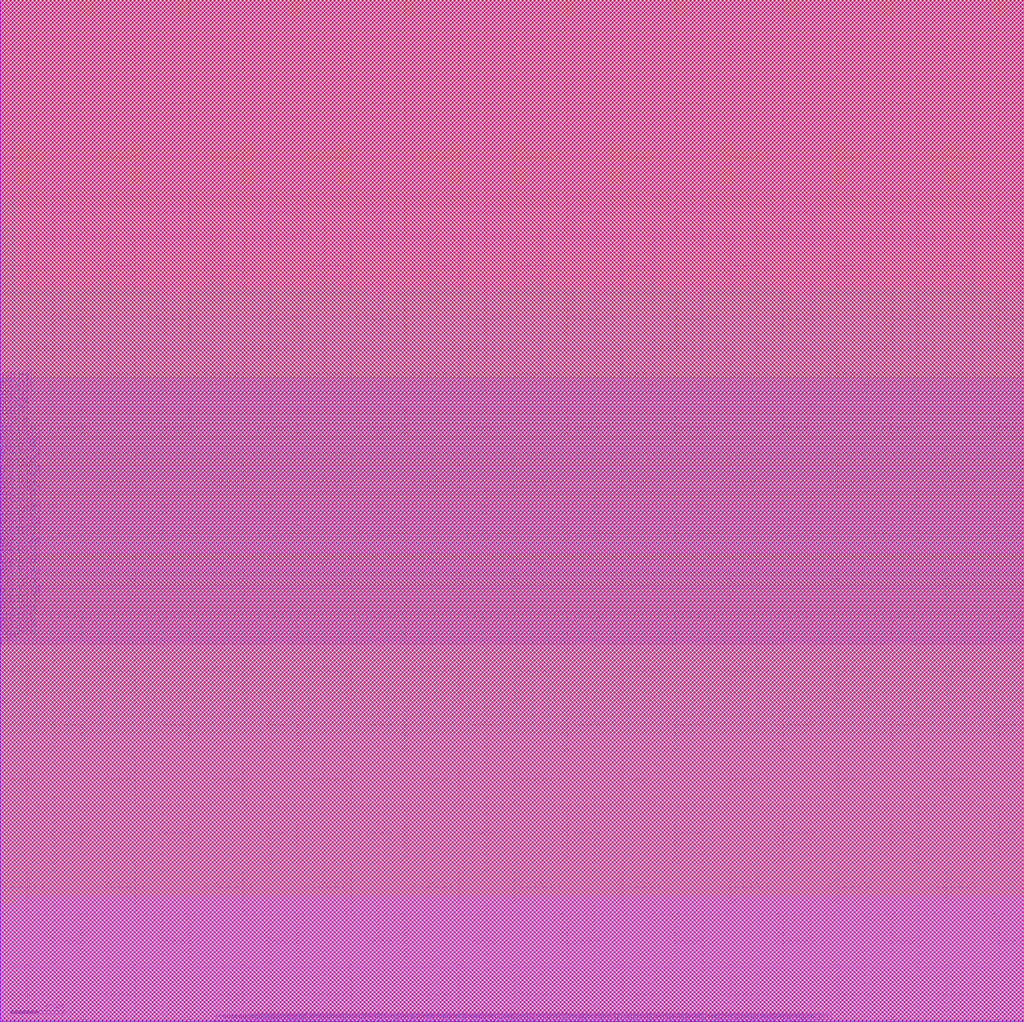
<source format=lef>
##
## LEF for PtnCells ;
## created by Innovus v15.23-s045_1 on Fri Mar 14 22:24:54 2025
##

VERSION 5.8 ;

BUSBITCHARS "[]" ;
DIVIDERCHAR "/" ;

MACRO core
  CLASS BLOCK ;
  SIZE 758.0000 BY 757.0000 ;
  FOREIGN core 0.0000 0.0000 ;
  ORIGIN 0 0 ;
  SYMMETRY X Y R90 ;
  PIN clk
    DIRECTION INPUT ;
    USE SIGNAL ;
    PORT
      LAYER M3 ;
        RECT 0.0000 279.7500 1.0000 280.2500 ;
    END
  END clk
  PIN sum_out[23]
    DIRECTION OUTPUT ;
    USE SIGNAL ;
    PORT
      LAYER M3 ;
        RECT 159.0500 0.0000 159.5500 1.0000 ;
    END
  END sum_out[23]
  PIN sum_out[22]
    DIRECTION OUTPUT ;
    USE SIGNAL ;
    PORT
      LAYER M3 ;
        RECT 161.4500 0.0000 161.9500 1.0000 ;
    END
  END sum_out[22]
  PIN sum_out[21]
    DIRECTION OUTPUT ;
    USE SIGNAL ;
    PORT
      LAYER M3 ;
        RECT 163.8500 0.0000 164.3500 1.0000 ;
    END
  END sum_out[21]
  PIN sum_out[20]
    DIRECTION OUTPUT ;
    USE SIGNAL ;
    PORT
      LAYER M3 ;
        RECT 166.2500 0.0000 166.7500 1.0000 ;
    END
  END sum_out[20]
  PIN sum_out[19]
    DIRECTION OUTPUT ;
    USE SIGNAL ;
    PORT
      LAYER M3 ;
        RECT 168.6500 0.0000 169.1500 1.0000 ;
    END
  END sum_out[19]
  PIN sum_out[18]
    DIRECTION OUTPUT ;
    USE SIGNAL ;
    PORT
      LAYER M3 ;
        RECT 171.0500 0.0000 171.5500 1.0000 ;
    END
  END sum_out[18]
  PIN sum_out[17]
    DIRECTION OUTPUT ;
    USE SIGNAL ;
    PORT
      LAYER M3 ;
        RECT 173.4500 0.0000 173.9500 1.0000 ;
    END
  END sum_out[17]
  PIN sum_out[16]
    DIRECTION OUTPUT ;
    USE SIGNAL ;
    PORT
      LAYER M3 ;
        RECT 175.8500 0.0000 176.3500 1.0000 ;
    END
  END sum_out[16]
  PIN sum_out[15]
    DIRECTION OUTPUT ;
    USE SIGNAL ;
    PORT
      LAYER M3 ;
        RECT 178.2500 0.0000 178.7500 1.0000 ;
    END
  END sum_out[15]
  PIN sum_out[14]
    DIRECTION OUTPUT ;
    USE SIGNAL ;
    PORT
      LAYER M3 ;
        RECT 180.6500 0.0000 181.1500 1.0000 ;
    END
  END sum_out[14]
  PIN sum_out[13]
    DIRECTION OUTPUT ;
    USE SIGNAL ;
    PORT
      LAYER M3 ;
        RECT 183.0500 0.0000 183.5500 1.0000 ;
    END
  END sum_out[13]
  PIN sum_out[12]
    DIRECTION OUTPUT ;
    USE SIGNAL ;
    PORT
      LAYER M3 ;
        RECT 185.4500 0.0000 185.9500 1.0000 ;
    END
  END sum_out[12]
  PIN sum_out[11]
    DIRECTION OUTPUT ;
    USE SIGNAL ;
    PORT
      LAYER M3 ;
        RECT 187.8500 0.0000 188.3500 1.0000 ;
    END
  END sum_out[11]
  PIN sum_out[10]
    DIRECTION OUTPUT ;
    USE SIGNAL ;
    PORT
      LAYER M3 ;
        RECT 190.2500 0.0000 190.7500 1.0000 ;
    END
  END sum_out[10]
  PIN sum_out[9]
    DIRECTION OUTPUT ;
    USE SIGNAL ;
    PORT
      LAYER M3 ;
        RECT 192.6500 0.0000 193.1500 1.0000 ;
    END
  END sum_out[9]
  PIN sum_out[8]
    DIRECTION OUTPUT ;
    USE SIGNAL ;
    PORT
      LAYER M3 ;
        RECT 195.0500 0.0000 195.5500 1.0000 ;
    END
  END sum_out[8]
  PIN sum_out[7]
    DIRECTION OUTPUT ;
    USE SIGNAL ;
    PORT
      LAYER M3 ;
        RECT 197.4500 0.0000 197.9500 1.0000 ;
    END
  END sum_out[7]
  PIN sum_out[6]
    DIRECTION OUTPUT ;
    USE SIGNAL ;
    PORT
      LAYER M3 ;
        RECT 199.8500 0.0000 200.3500 1.0000 ;
    END
  END sum_out[6]
  PIN sum_out[5]
    DIRECTION OUTPUT ;
    USE SIGNAL ;
    PORT
      LAYER M3 ;
        RECT 202.2500 0.0000 202.7500 1.0000 ;
    END
  END sum_out[5]
  PIN sum_out[4]
    DIRECTION OUTPUT ;
    USE SIGNAL ;
    PORT
      LAYER M3 ;
        RECT 204.6500 0.0000 205.1500 1.0000 ;
    END
  END sum_out[4]
  PIN sum_out[3]
    DIRECTION OUTPUT ;
    USE SIGNAL ;
    PORT
      LAYER M3 ;
        RECT 207.0500 0.0000 207.5500 1.0000 ;
    END
  END sum_out[3]
  PIN sum_out[2]
    DIRECTION OUTPUT ;
    USE SIGNAL ;
    PORT
      LAYER M3 ;
        RECT 209.4500 0.0000 209.9500 1.0000 ;
    END
  END sum_out[2]
  PIN sum_out[1]
    DIRECTION OUTPUT ;
    USE SIGNAL ;
    PORT
      LAYER M3 ;
        RECT 211.8500 0.0000 212.3500 1.0000 ;
    END
  END sum_out[1]
  PIN sum_out[0]
    DIRECTION OUTPUT ;
    USE SIGNAL ;
    PORT
      LAYER M3 ;
        RECT 214.2500 0.0000 214.7500 1.0000 ;
    END
  END sum_out[0]
  PIN mem_in[63]
    DIRECTION INPUT ;
    USE SIGNAL ;
    PORT
      LAYER M3 ;
        RECT 0.0000 435.7500 1.0000 436.2500 ;
    END
  END mem_in[63]
  PIN mem_in[62]
    DIRECTION INPUT ;
    USE SIGNAL ;
    PORT
      LAYER M3 ;
        RECT 0.0000 433.3500 1.0000 433.8500 ;
    END
  END mem_in[62]
  PIN mem_in[61]
    DIRECTION INPUT ;
    USE SIGNAL ;
    PORT
      LAYER M3 ;
        RECT 0.0000 430.9500 1.0000 431.4500 ;
    END
  END mem_in[61]
  PIN mem_in[60]
    DIRECTION INPUT ;
    USE SIGNAL ;
    PORT
      LAYER M3 ;
        RECT 0.0000 428.5500 1.0000 429.0500 ;
    END
  END mem_in[60]
  PIN mem_in[59]
    DIRECTION INPUT ;
    USE SIGNAL ;
    PORT
      LAYER M3 ;
        RECT 0.0000 426.1500 1.0000 426.6500 ;
    END
  END mem_in[59]
  PIN mem_in[58]
    DIRECTION INPUT ;
    USE SIGNAL ;
    PORT
      LAYER M3 ;
        RECT 0.0000 423.7500 1.0000 424.2500 ;
    END
  END mem_in[58]
  PIN mem_in[57]
    DIRECTION INPUT ;
    USE SIGNAL ;
    PORT
      LAYER M3 ;
        RECT 0.0000 421.3500 1.0000 421.8500 ;
    END
  END mem_in[57]
  PIN mem_in[56]
    DIRECTION INPUT ;
    USE SIGNAL ;
    PORT
      LAYER M3 ;
        RECT 0.0000 418.9500 1.0000 419.4500 ;
    END
  END mem_in[56]
  PIN mem_in[55]
    DIRECTION INPUT ;
    USE SIGNAL ;
    PORT
      LAYER M3 ;
        RECT 0.0000 416.5500 1.0000 417.0500 ;
    END
  END mem_in[55]
  PIN mem_in[54]
    DIRECTION INPUT ;
    USE SIGNAL ;
    PORT
      LAYER M3 ;
        RECT 0.0000 414.1500 1.0000 414.6500 ;
    END
  END mem_in[54]
  PIN mem_in[53]
    DIRECTION INPUT ;
    USE SIGNAL ;
    PORT
      LAYER M3 ;
        RECT 0.0000 411.7500 1.0000 412.2500 ;
    END
  END mem_in[53]
  PIN mem_in[52]
    DIRECTION INPUT ;
    USE SIGNAL ;
    PORT
      LAYER M3 ;
        RECT 0.0000 409.3500 1.0000 409.8500 ;
    END
  END mem_in[52]
  PIN mem_in[51]
    DIRECTION INPUT ;
    USE SIGNAL ;
    PORT
      LAYER M3 ;
        RECT 0.0000 406.9500 1.0000 407.4500 ;
    END
  END mem_in[51]
  PIN mem_in[50]
    DIRECTION INPUT ;
    USE SIGNAL ;
    PORT
      LAYER M3 ;
        RECT 0.0000 404.5500 1.0000 405.0500 ;
    END
  END mem_in[50]
  PIN mem_in[49]
    DIRECTION INPUT ;
    USE SIGNAL ;
    PORT
      LAYER M3 ;
        RECT 0.0000 402.1500 1.0000 402.6500 ;
    END
  END mem_in[49]
  PIN mem_in[48]
    DIRECTION INPUT ;
    USE SIGNAL ;
    PORT
      LAYER M3 ;
        RECT 0.0000 399.7500 1.0000 400.2500 ;
    END
  END mem_in[48]
  PIN mem_in[47]
    DIRECTION INPUT ;
    USE SIGNAL ;
    PORT
      LAYER M3 ;
        RECT 0.0000 397.3500 1.0000 397.8500 ;
    END
  END mem_in[47]
  PIN mem_in[46]
    DIRECTION INPUT ;
    USE SIGNAL ;
    PORT
      LAYER M3 ;
        RECT 0.0000 394.9500 1.0000 395.4500 ;
    END
  END mem_in[46]
  PIN mem_in[45]
    DIRECTION INPUT ;
    USE SIGNAL ;
    PORT
      LAYER M3 ;
        RECT 0.0000 392.5500 1.0000 393.0500 ;
    END
  END mem_in[45]
  PIN mem_in[44]
    DIRECTION INPUT ;
    USE SIGNAL ;
    PORT
      LAYER M3 ;
        RECT 0.0000 390.1500 1.0000 390.6500 ;
    END
  END mem_in[44]
  PIN mem_in[43]
    DIRECTION INPUT ;
    USE SIGNAL ;
    PORT
      LAYER M3 ;
        RECT 0.0000 387.7500 1.0000 388.2500 ;
    END
  END mem_in[43]
  PIN mem_in[42]
    DIRECTION INPUT ;
    USE SIGNAL ;
    PORT
      LAYER M3 ;
        RECT 0.0000 385.3500 1.0000 385.8500 ;
    END
  END mem_in[42]
  PIN mem_in[41]
    DIRECTION INPUT ;
    USE SIGNAL ;
    PORT
      LAYER M3 ;
        RECT 0.0000 382.9500 1.0000 383.4500 ;
    END
  END mem_in[41]
  PIN mem_in[40]
    DIRECTION INPUT ;
    USE SIGNAL ;
    PORT
      LAYER M3 ;
        RECT 0.0000 380.5500 1.0000 381.0500 ;
    END
  END mem_in[40]
  PIN mem_in[39]
    DIRECTION INPUT ;
    USE SIGNAL ;
    PORT
      LAYER M3 ;
        RECT 0.0000 378.1500 1.0000 378.6500 ;
    END
  END mem_in[39]
  PIN mem_in[38]
    DIRECTION INPUT ;
    USE SIGNAL ;
    PORT
      LAYER M3 ;
        RECT 0.0000 375.7500 1.0000 376.2500 ;
    END
  END mem_in[38]
  PIN mem_in[37]
    DIRECTION INPUT ;
    USE SIGNAL ;
    PORT
      LAYER M3 ;
        RECT 0.0000 373.3500 1.0000 373.8500 ;
    END
  END mem_in[37]
  PIN mem_in[36]
    DIRECTION INPUT ;
    USE SIGNAL ;
    PORT
      LAYER M3 ;
        RECT 0.0000 370.9500 1.0000 371.4500 ;
    END
  END mem_in[36]
  PIN mem_in[35]
    DIRECTION INPUT ;
    USE SIGNAL ;
    PORT
      LAYER M3 ;
        RECT 0.0000 368.5500 1.0000 369.0500 ;
    END
  END mem_in[35]
  PIN mem_in[34]
    DIRECTION INPUT ;
    USE SIGNAL ;
    PORT
      LAYER M3 ;
        RECT 0.0000 366.1500 1.0000 366.6500 ;
    END
  END mem_in[34]
  PIN mem_in[33]
    DIRECTION INPUT ;
    USE SIGNAL ;
    PORT
      LAYER M3 ;
        RECT 0.0000 363.7500 1.0000 364.2500 ;
    END
  END mem_in[33]
  PIN mem_in[32]
    DIRECTION INPUT ;
    USE SIGNAL ;
    PORT
      LAYER M3 ;
        RECT 0.0000 361.3500 1.0000 361.8500 ;
    END
  END mem_in[32]
  PIN mem_in[31]
    DIRECTION INPUT ;
    USE SIGNAL ;
    PORT
      LAYER M3 ;
        RECT 0.0000 358.9500 1.0000 359.4500 ;
    END
  END mem_in[31]
  PIN mem_in[30]
    DIRECTION INPUT ;
    USE SIGNAL ;
    PORT
      LAYER M3 ;
        RECT 0.0000 356.5500 1.0000 357.0500 ;
    END
  END mem_in[30]
  PIN mem_in[29]
    DIRECTION INPUT ;
    USE SIGNAL ;
    PORT
      LAYER M3 ;
        RECT 0.0000 354.1500 1.0000 354.6500 ;
    END
  END mem_in[29]
  PIN mem_in[28]
    DIRECTION INPUT ;
    USE SIGNAL ;
    PORT
      LAYER M3 ;
        RECT 0.0000 351.7500 1.0000 352.2500 ;
    END
  END mem_in[28]
  PIN mem_in[27]
    DIRECTION INPUT ;
    USE SIGNAL ;
    PORT
      LAYER M3 ;
        RECT 0.0000 349.3500 1.0000 349.8500 ;
    END
  END mem_in[27]
  PIN mem_in[26]
    DIRECTION INPUT ;
    USE SIGNAL ;
    PORT
      LAYER M3 ;
        RECT 0.0000 346.9500 1.0000 347.4500 ;
    END
  END mem_in[26]
  PIN mem_in[25]
    DIRECTION INPUT ;
    USE SIGNAL ;
    PORT
      LAYER M3 ;
        RECT 0.0000 344.5500 1.0000 345.0500 ;
    END
  END mem_in[25]
  PIN mem_in[24]
    DIRECTION INPUT ;
    USE SIGNAL ;
    PORT
      LAYER M3 ;
        RECT 0.0000 342.1500 1.0000 342.6500 ;
    END
  END mem_in[24]
  PIN mem_in[23]
    DIRECTION INPUT ;
    USE SIGNAL ;
    PORT
      LAYER M3 ;
        RECT 0.0000 339.7500 1.0000 340.2500 ;
    END
  END mem_in[23]
  PIN mem_in[22]
    DIRECTION INPUT ;
    USE SIGNAL ;
    PORT
      LAYER M3 ;
        RECT 0.0000 337.3500 1.0000 337.8500 ;
    END
  END mem_in[22]
  PIN mem_in[21]
    DIRECTION INPUT ;
    USE SIGNAL ;
    PORT
      LAYER M3 ;
        RECT 0.0000 334.9500 1.0000 335.4500 ;
    END
  END mem_in[21]
  PIN mem_in[20]
    DIRECTION INPUT ;
    USE SIGNAL ;
    PORT
      LAYER M3 ;
        RECT 0.0000 332.5500 1.0000 333.0500 ;
    END
  END mem_in[20]
  PIN mem_in[19]
    DIRECTION INPUT ;
    USE SIGNAL ;
    PORT
      LAYER M3 ;
        RECT 0.0000 330.1500 1.0000 330.6500 ;
    END
  END mem_in[19]
  PIN mem_in[18]
    DIRECTION INPUT ;
    USE SIGNAL ;
    PORT
      LAYER M3 ;
        RECT 0.0000 327.7500 1.0000 328.2500 ;
    END
  END mem_in[18]
  PIN mem_in[17]
    DIRECTION INPUT ;
    USE SIGNAL ;
    PORT
      LAYER M3 ;
        RECT 0.0000 325.3500 1.0000 325.8500 ;
    END
  END mem_in[17]
  PIN mem_in[16]
    DIRECTION INPUT ;
    USE SIGNAL ;
    PORT
      LAYER M3 ;
        RECT 0.0000 322.9500 1.0000 323.4500 ;
    END
  END mem_in[16]
  PIN mem_in[15]
    DIRECTION INPUT ;
    USE SIGNAL ;
    PORT
      LAYER M3 ;
        RECT 0.0000 320.5500 1.0000 321.0500 ;
    END
  END mem_in[15]
  PIN mem_in[14]
    DIRECTION INPUT ;
    USE SIGNAL ;
    PORT
      LAYER M3 ;
        RECT 0.0000 318.1500 1.0000 318.6500 ;
    END
  END mem_in[14]
  PIN mem_in[13]
    DIRECTION INPUT ;
    USE SIGNAL ;
    PORT
      LAYER M3 ;
        RECT 0.0000 315.7500 1.0000 316.2500 ;
    END
  END mem_in[13]
  PIN mem_in[12]
    DIRECTION INPUT ;
    USE SIGNAL ;
    PORT
      LAYER M3 ;
        RECT 0.0000 313.3500 1.0000 313.8500 ;
    END
  END mem_in[12]
  PIN mem_in[11]
    DIRECTION INPUT ;
    USE SIGNAL ;
    PORT
      LAYER M3 ;
        RECT 0.0000 310.9500 1.0000 311.4500 ;
    END
  END mem_in[11]
  PIN mem_in[10]
    DIRECTION INPUT ;
    USE SIGNAL ;
    PORT
      LAYER M3 ;
        RECT 0.0000 308.5500 1.0000 309.0500 ;
    END
  END mem_in[10]
  PIN mem_in[9]
    DIRECTION INPUT ;
    USE SIGNAL ;
    PORT
      LAYER M3 ;
        RECT 0.0000 306.1500 1.0000 306.6500 ;
    END
  END mem_in[9]
  PIN mem_in[8]
    DIRECTION INPUT ;
    USE SIGNAL ;
    PORT
      LAYER M3 ;
        RECT 0.0000 303.7500 1.0000 304.2500 ;
    END
  END mem_in[8]
  PIN mem_in[7]
    DIRECTION INPUT ;
    USE SIGNAL ;
    PORT
      LAYER M3 ;
        RECT 0.0000 301.3500 1.0000 301.8500 ;
    END
  END mem_in[7]
  PIN mem_in[6]
    DIRECTION INPUT ;
    USE SIGNAL ;
    PORT
      LAYER M3 ;
        RECT 0.0000 298.9500 1.0000 299.4500 ;
    END
  END mem_in[6]
  PIN mem_in[5]
    DIRECTION INPUT ;
    USE SIGNAL ;
    PORT
      LAYER M3 ;
        RECT 0.0000 296.5500 1.0000 297.0500 ;
    END
  END mem_in[5]
  PIN mem_in[4]
    DIRECTION INPUT ;
    USE SIGNAL ;
    PORT
      LAYER M3 ;
        RECT 0.0000 294.1500 1.0000 294.6500 ;
    END
  END mem_in[4]
  PIN mem_in[3]
    DIRECTION INPUT ;
    USE SIGNAL ;
    PORT
      LAYER M3 ;
        RECT 0.0000 291.7500 1.0000 292.2500 ;
    END
  END mem_in[3]
  PIN mem_in[2]
    DIRECTION INPUT ;
    USE SIGNAL ;
    PORT
      LAYER M3 ;
        RECT 0.0000 289.3500 1.0000 289.8500 ;
    END
  END mem_in[2]
  PIN mem_in[1]
    DIRECTION INPUT ;
    USE SIGNAL ;
    PORT
      LAYER M3 ;
        RECT 0.0000 286.9500 1.0000 287.4500 ;
    END
  END mem_in[1]
  PIN mem_in[0]
    DIRECTION INPUT ;
    USE SIGNAL ;
    PORT
      LAYER M3 ;
        RECT 0.0000 284.5500 1.0000 285.0500 ;
    END
  END mem_in[0]
  PIN out[159]
    DIRECTION OUTPUT ;
    USE SIGNAL ;
    PORT
      LAYER M3 ;
        RECT 216.6500 0.0000 217.1500 1.0000 ;
    END
  END out[159]
  PIN out[158]
    DIRECTION OUTPUT ;
    USE SIGNAL ;
    PORT
      LAYER M3 ;
        RECT 219.0500 0.0000 219.5500 1.0000 ;
    END
  END out[158]
  PIN out[157]
    DIRECTION OUTPUT ;
    USE SIGNAL ;
    PORT
      LAYER M3 ;
        RECT 221.4500 0.0000 221.9500 1.0000 ;
    END
  END out[157]
  PIN out[156]
    DIRECTION OUTPUT ;
    USE SIGNAL ;
    PORT
      LAYER M3 ;
        RECT 223.8500 0.0000 224.3500 1.0000 ;
    END
  END out[156]
  PIN out[155]
    DIRECTION OUTPUT ;
    USE SIGNAL ;
    PORT
      LAYER M3 ;
        RECT 226.2500 0.0000 226.7500 1.0000 ;
    END
  END out[155]
  PIN out[154]
    DIRECTION OUTPUT ;
    USE SIGNAL ;
    PORT
      LAYER M3 ;
        RECT 228.6500 0.0000 229.1500 1.0000 ;
    END
  END out[154]
  PIN out[153]
    DIRECTION OUTPUT ;
    USE SIGNAL ;
    PORT
      LAYER M3 ;
        RECT 231.0500 0.0000 231.5500 1.0000 ;
    END
  END out[153]
  PIN out[152]
    DIRECTION OUTPUT ;
    USE SIGNAL ;
    PORT
      LAYER M3 ;
        RECT 233.4500 0.0000 233.9500 1.0000 ;
    END
  END out[152]
  PIN out[151]
    DIRECTION OUTPUT ;
    USE SIGNAL ;
    PORT
      LAYER M3 ;
        RECT 235.8500 0.0000 236.3500 1.0000 ;
    END
  END out[151]
  PIN out[150]
    DIRECTION OUTPUT ;
    USE SIGNAL ;
    PORT
      LAYER M3 ;
        RECT 238.2500 0.0000 238.7500 1.0000 ;
    END
  END out[150]
  PIN out[149]
    DIRECTION OUTPUT ;
    USE SIGNAL ;
    PORT
      LAYER M3 ;
        RECT 240.6500 0.0000 241.1500 1.0000 ;
    END
  END out[149]
  PIN out[148]
    DIRECTION OUTPUT ;
    USE SIGNAL ;
    PORT
      LAYER M3 ;
        RECT 243.0500 0.0000 243.5500 1.0000 ;
    END
  END out[148]
  PIN out[147]
    DIRECTION OUTPUT ;
    USE SIGNAL ;
    PORT
      LAYER M3 ;
        RECT 245.4500 0.0000 245.9500 1.0000 ;
    END
  END out[147]
  PIN out[146]
    DIRECTION OUTPUT ;
    USE SIGNAL ;
    PORT
      LAYER M3 ;
        RECT 247.8500 0.0000 248.3500 1.0000 ;
    END
  END out[146]
  PIN out[145]
    DIRECTION OUTPUT ;
    USE SIGNAL ;
    PORT
      LAYER M3 ;
        RECT 250.2500 0.0000 250.7500 1.0000 ;
    END
  END out[145]
  PIN out[144]
    DIRECTION OUTPUT ;
    USE SIGNAL ;
    PORT
      LAYER M3 ;
        RECT 252.6500 0.0000 253.1500 1.0000 ;
    END
  END out[144]
  PIN out[143]
    DIRECTION OUTPUT ;
    USE SIGNAL ;
    PORT
      LAYER M3 ;
        RECT 255.0500 0.0000 255.5500 1.0000 ;
    END
  END out[143]
  PIN out[142]
    DIRECTION OUTPUT ;
    USE SIGNAL ;
    PORT
      LAYER M3 ;
        RECT 257.4500 0.0000 257.9500 1.0000 ;
    END
  END out[142]
  PIN out[141]
    DIRECTION OUTPUT ;
    USE SIGNAL ;
    PORT
      LAYER M3 ;
        RECT 259.8500 0.0000 260.3500 1.0000 ;
    END
  END out[141]
  PIN out[140]
    DIRECTION OUTPUT ;
    USE SIGNAL ;
    PORT
      LAYER M3 ;
        RECT 262.2500 0.0000 262.7500 1.0000 ;
    END
  END out[140]
  PIN out[139]
    DIRECTION OUTPUT ;
    USE SIGNAL ;
    PORT
      LAYER M3 ;
        RECT 264.6500 0.0000 265.1500 1.0000 ;
    END
  END out[139]
  PIN out[138]
    DIRECTION OUTPUT ;
    USE SIGNAL ;
    PORT
      LAYER M3 ;
        RECT 267.0500 0.0000 267.5500 1.0000 ;
    END
  END out[138]
  PIN out[137]
    DIRECTION OUTPUT ;
    USE SIGNAL ;
    PORT
      LAYER M3 ;
        RECT 269.4500 0.0000 269.9500 1.0000 ;
    END
  END out[137]
  PIN out[136]
    DIRECTION OUTPUT ;
    USE SIGNAL ;
    PORT
      LAYER M3 ;
        RECT 271.8500 0.0000 272.3500 1.0000 ;
    END
  END out[136]
  PIN out[135]
    DIRECTION OUTPUT ;
    USE SIGNAL ;
    PORT
      LAYER M3 ;
        RECT 274.2500 0.0000 274.7500 1.0000 ;
    END
  END out[135]
  PIN out[134]
    DIRECTION OUTPUT ;
    USE SIGNAL ;
    PORT
      LAYER M3 ;
        RECT 276.6500 0.0000 277.1500 1.0000 ;
    END
  END out[134]
  PIN out[133]
    DIRECTION OUTPUT ;
    USE SIGNAL ;
    PORT
      LAYER M3 ;
        RECT 279.0500 0.0000 279.5500 1.0000 ;
    END
  END out[133]
  PIN out[132]
    DIRECTION OUTPUT ;
    USE SIGNAL ;
    PORT
      LAYER M3 ;
        RECT 281.4500 0.0000 281.9500 1.0000 ;
    END
  END out[132]
  PIN out[131]
    DIRECTION OUTPUT ;
    USE SIGNAL ;
    PORT
      LAYER M3 ;
        RECT 283.8500 0.0000 284.3500 1.0000 ;
    END
  END out[131]
  PIN out[130]
    DIRECTION OUTPUT ;
    USE SIGNAL ;
    PORT
      LAYER M3 ;
        RECT 286.2500 0.0000 286.7500 1.0000 ;
    END
  END out[130]
  PIN out[129]
    DIRECTION OUTPUT ;
    USE SIGNAL ;
    PORT
      LAYER M3 ;
        RECT 288.6500 0.0000 289.1500 1.0000 ;
    END
  END out[129]
  PIN out[128]
    DIRECTION OUTPUT ;
    USE SIGNAL ;
    PORT
      LAYER M3 ;
        RECT 291.0500 0.0000 291.5500 1.0000 ;
    END
  END out[128]
  PIN out[127]
    DIRECTION OUTPUT ;
    USE SIGNAL ;
    PORT
      LAYER M3 ;
        RECT 293.4500 0.0000 293.9500 1.0000 ;
    END
  END out[127]
  PIN out[126]
    DIRECTION OUTPUT ;
    USE SIGNAL ;
    PORT
      LAYER M3 ;
        RECT 295.8500 0.0000 296.3500 1.0000 ;
    END
  END out[126]
  PIN out[125]
    DIRECTION OUTPUT ;
    USE SIGNAL ;
    PORT
      LAYER M3 ;
        RECT 298.2500 0.0000 298.7500 1.0000 ;
    END
  END out[125]
  PIN out[124]
    DIRECTION OUTPUT ;
    USE SIGNAL ;
    PORT
      LAYER M3 ;
        RECT 300.6500 0.0000 301.1500 1.0000 ;
    END
  END out[124]
  PIN out[123]
    DIRECTION OUTPUT ;
    USE SIGNAL ;
    PORT
      LAYER M3 ;
        RECT 303.0500 0.0000 303.5500 1.0000 ;
    END
  END out[123]
  PIN out[122]
    DIRECTION OUTPUT ;
    USE SIGNAL ;
    PORT
      LAYER M3 ;
        RECT 305.4500 0.0000 305.9500 1.0000 ;
    END
  END out[122]
  PIN out[121]
    DIRECTION OUTPUT ;
    USE SIGNAL ;
    PORT
      LAYER M3 ;
        RECT 307.8500 0.0000 308.3500 1.0000 ;
    END
  END out[121]
  PIN out[120]
    DIRECTION OUTPUT ;
    USE SIGNAL ;
    PORT
      LAYER M3 ;
        RECT 310.2500 0.0000 310.7500 1.0000 ;
    END
  END out[120]
  PIN out[119]
    DIRECTION OUTPUT ;
    USE SIGNAL ;
    PORT
      LAYER M3 ;
        RECT 312.6500 0.0000 313.1500 1.0000 ;
    END
  END out[119]
  PIN out[118]
    DIRECTION OUTPUT ;
    USE SIGNAL ;
    PORT
      LAYER M3 ;
        RECT 315.0500 0.0000 315.5500 1.0000 ;
    END
  END out[118]
  PIN out[117]
    DIRECTION OUTPUT ;
    USE SIGNAL ;
    PORT
      LAYER M3 ;
        RECT 317.4500 0.0000 317.9500 1.0000 ;
    END
  END out[117]
  PIN out[116]
    DIRECTION OUTPUT ;
    USE SIGNAL ;
    PORT
      LAYER M3 ;
        RECT 319.8500 0.0000 320.3500 1.0000 ;
    END
  END out[116]
  PIN out[115]
    DIRECTION OUTPUT ;
    USE SIGNAL ;
    PORT
      LAYER M3 ;
        RECT 322.2500 0.0000 322.7500 1.0000 ;
    END
  END out[115]
  PIN out[114]
    DIRECTION OUTPUT ;
    USE SIGNAL ;
    PORT
      LAYER M3 ;
        RECT 324.6500 0.0000 325.1500 1.0000 ;
    END
  END out[114]
  PIN out[113]
    DIRECTION OUTPUT ;
    USE SIGNAL ;
    PORT
      LAYER M3 ;
        RECT 327.0500 0.0000 327.5500 1.0000 ;
    END
  END out[113]
  PIN out[112]
    DIRECTION OUTPUT ;
    USE SIGNAL ;
    PORT
      LAYER M3 ;
        RECT 329.4500 0.0000 329.9500 1.0000 ;
    END
  END out[112]
  PIN out[111]
    DIRECTION OUTPUT ;
    USE SIGNAL ;
    PORT
      LAYER M3 ;
        RECT 331.8500 0.0000 332.3500 1.0000 ;
    END
  END out[111]
  PIN out[110]
    DIRECTION OUTPUT ;
    USE SIGNAL ;
    PORT
      LAYER M3 ;
        RECT 334.2500 0.0000 334.7500 1.0000 ;
    END
  END out[110]
  PIN out[109]
    DIRECTION OUTPUT ;
    USE SIGNAL ;
    PORT
      LAYER M3 ;
        RECT 336.6500 0.0000 337.1500 1.0000 ;
    END
  END out[109]
  PIN out[108]
    DIRECTION OUTPUT ;
    USE SIGNAL ;
    PORT
      LAYER M3 ;
        RECT 339.0500 0.0000 339.5500 1.0000 ;
    END
  END out[108]
  PIN out[107]
    DIRECTION OUTPUT ;
    USE SIGNAL ;
    PORT
      LAYER M3 ;
        RECT 341.4500 0.0000 341.9500 1.0000 ;
    END
  END out[107]
  PIN out[106]
    DIRECTION OUTPUT ;
    USE SIGNAL ;
    PORT
      LAYER M3 ;
        RECT 343.8500 0.0000 344.3500 1.0000 ;
    END
  END out[106]
  PIN out[105]
    DIRECTION OUTPUT ;
    USE SIGNAL ;
    PORT
      LAYER M3 ;
        RECT 346.2500 0.0000 346.7500 1.0000 ;
    END
  END out[105]
  PIN out[104]
    DIRECTION OUTPUT ;
    USE SIGNAL ;
    PORT
      LAYER M3 ;
        RECT 348.6500 0.0000 349.1500 1.0000 ;
    END
  END out[104]
  PIN out[103]
    DIRECTION OUTPUT ;
    USE SIGNAL ;
    PORT
      LAYER M3 ;
        RECT 351.0500 0.0000 351.5500 1.0000 ;
    END
  END out[103]
  PIN out[102]
    DIRECTION OUTPUT ;
    USE SIGNAL ;
    PORT
      LAYER M3 ;
        RECT 353.4500 0.0000 353.9500 1.0000 ;
    END
  END out[102]
  PIN out[101]
    DIRECTION OUTPUT ;
    USE SIGNAL ;
    PORT
      LAYER M3 ;
        RECT 355.8500 0.0000 356.3500 1.0000 ;
    END
  END out[101]
  PIN out[100]
    DIRECTION OUTPUT ;
    USE SIGNAL ;
    PORT
      LAYER M3 ;
        RECT 358.2500 0.0000 358.7500 1.0000 ;
    END
  END out[100]
  PIN out[99]
    DIRECTION OUTPUT ;
    USE SIGNAL ;
    PORT
      LAYER M3 ;
        RECT 360.6500 0.0000 361.1500 1.0000 ;
    END
  END out[99]
  PIN out[98]
    DIRECTION OUTPUT ;
    USE SIGNAL ;
    PORT
      LAYER M3 ;
        RECT 363.0500 0.0000 363.5500 1.0000 ;
    END
  END out[98]
  PIN out[97]
    DIRECTION OUTPUT ;
    USE SIGNAL ;
    PORT
      LAYER M3 ;
        RECT 365.4500 0.0000 365.9500 1.0000 ;
    END
  END out[97]
  PIN out[96]
    DIRECTION OUTPUT ;
    USE SIGNAL ;
    PORT
      LAYER M3 ;
        RECT 367.8500 0.0000 368.3500 1.0000 ;
    END
  END out[96]
  PIN out[95]
    DIRECTION OUTPUT ;
    USE SIGNAL ;
    PORT
      LAYER M3 ;
        RECT 370.2500 0.0000 370.7500 1.0000 ;
    END
  END out[95]
  PIN out[94]
    DIRECTION OUTPUT ;
    USE SIGNAL ;
    PORT
      LAYER M3 ;
        RECT 372.6500 0.0000 373.1500 1.0000 ;
    END
  END out[94]
  PIN out[93]
    DIRECTION OUTPUT ;
    USE SIGNAL ;
    PORT
      LAYER M3 ;
        RECT 375.0500 0.0000 375.5500 1.0000 ;
    END
  END out[93]
  PIN out[92]
    DIRECTION OUTPUT ;
    USE SIGNAL ;
    PORT
      LAYER M3 ;
        RECT 377.4500 0.0000 377.9500 1.0000 ;
    END
  END out[92]
  PIN out[91]
    DIRECTION OUTPUT ;
    USE SIGNAL ;
    PORT
      LAYER M3 ;
        RECT 379.8500 0.0000 380.3500 1.0000 ;
    END
  END out[91]
  PIN out[90]
    DIRECTION OUTPUT ;
    USE SIGNAL ;
    PORT
      LAYER M3 ;
        RECT 382.2500 0.0000 382.7500 1.0000 ;
    END
  END out[90]
  PIN out[89]
    DIRECTION OUTPUT ;
    USE SIGNAL ;
    PORT
      LAYER M3 ;
        RECT 384.6500 0.0000 385.1500 1.0000 ;
    END
  END out[89]
  PIN out[88]
    DIRECTION OUTPUT ;
    USE SIGNAL ;
    PORT
      LAYER M3 ;
        RECT 387.0500 0.0000 387.5500 1.0000 ;
    END
  END out[88]
  PIN out[87]
    DIRECTION OUTPUT ;
    USE SIGNAL ;
    PORT
      LAYER M3 ;
        RECT 389.4500 0.0000 389.9500 1.0000 ;
    END
  END out[87]
  PIN out[86]
    DIRECTION OUTPUT ;
    USE SIGNAL ;
    PORT
      LAYER M3 ;
        RECT 391.8500 0.0000 392.3500 1.0000 ;
    END
  END out[86]
  PIN out[85]
    DIRECTION OUTPUT ;
    USE SIGNAL ;
    PORT
      LAYER M3 ;
        RECT 394.2500 0.0000 394.7500 1.0000 ;
    END
  END out[85]
  PIN out[84]
    DIRECTION OUTPUT ;
    USE SIGNAL ;
    PORT
      LAYER M3 ;
        RECT 396.6500 0.0000 397.1500 1.0000 ;
    END
  END out[84]
  PIN out[83]
    DIRECTION OUTPUT ;
    USE SIGNAL ;
    PORT
      LAYER M3 ;
        RECT 399.0500 0.0000 399.5500 1.0000 ;
    END
  END out[83]
  PIN out[82]
    DIRECTION OUTPUT ;
    USE SIGNAL ;
    PORT
      LAYER M3 ;
        RECT 401.4500 0.0000 401.9500 1.0000 ;
    END
  END out[82]
  PIN out[81]
    DIRECTION OUTPUT ;
    USE SIGNAL ;
    PORT
      LAYER M3 ;
        RECT 403.8500 0.0000 404.3500 1.0000 ;
    END
  END out[81]
  PIN out[80]
    DIRECTION OUTPUT ;
    USE SIGNAL ;
    PORT
      LAYER M3 ;
        RECT 406.2500 0.0000 406.7500 1.0000 ;
    END
  END out[80]
  PIN out[79]
    DIRECTION OUTPUT ;
    USE SIGNAL ;
    PORT
      LAYER M3 ;
        RECT 408.6500 0.0000 409.1500 1.0000 ;
    END
  END out[79]
  PIN out[78]
    DIRECTION OUTPUT ;
    USE SIGNAL ;
    PORT
      LAYER M3 ;
        RECT 411.0500 0.0000 411.5500 1.0000 ;
    END
  END out[78]
  PIN out[77]
    DIRECTION OUTPUT ;
    USE SIGNAL ;
    PORT
      LAYER M3 ;
        RECT 413.4500 0.0000 413.9500 1.0000 ;
    END
  END out[77]
  PIN out[76]
    DIRECTION OUTPUT ;
    USE SIGNAL ;
    PORT
      LAYER M3 ;
        RECT 415.8500 0.0000 416.3500 1.0000 ;
    END
  END out[76]
  PIN out[75]
    DIRECTION OUTPUT ;
    USE SIGNAL ;
    PORT
      LAYER M3 ;
        RECT 418.2500 0.0000 418.7500 1.0000 ;
    END
  END out[75]
  PIN out[74]
    DIRECTION OUTPUT ;
    USE SIGNAL ;
    PORT
      LAYER M3 ;
        RECT 420.6500 0.0000 421.1500 1.0000 ;
    END
  END out[74]
  PIN out[73]
    DIRECTION OUTPUT ;
    USE SIGNAL ;
    PORT
      LAYER M3 ;
        RECT 423.0500 0.0000 423.5500 1.0000 ;
    END
  END out[73]
  PIN out[72]
    DIRECTION OUTPUT ;
    USE SIGNAL ;
    PORT
      LAYER M3 ;
        RECT 425.4500 0.0000 425.9500 1.0000 ;
    END
  END out[72]
  PIN out[71]
    DIRECTION OUTPUT ;
    USE SIGNAL ;
    PORT
      LAYER M3 ;
        RECT 427.8500 0.0000 428.3500 1.0000 ;
    END
  END out[71]
  PIN out[70]
    DIRECTION OUTPUT ;
    USE SIGNAL ;
    PORT
      LAYER M3 ;
        RECT 430.2500 0.0000 430.7500 1.0000 ;
    END
  END out[70]
  PIN out[69]
    DIRECTION OUTPUT ;
    USE SIGNAL ;
    PORT
      LAYER M3 ;
        RECT 432.6500 0.0000 433.1500 1.0000 ;
    END
  END out[69]
  PIN out[68]
    DIRECTION OUTPUT ;
    USE SIGNAL ;
    PORT
      LAYER M3 ;
        RECT 435.0500 0.0000 435.5500 1.0000 ;
    END
  END out[68]
  PIN out[67]
    DIRECTION OUTPUT ;
    USE SIGNAL ;
    PORT
      LAYER M3 ;
        RECT 437.4500 0.0000 437.9500 1.0000 ;
    END
  END out[67]
  PIN out[66]
    DIRECTION OUTPUT ;
    USE SIGNAL ;
    PORT
      LAYER M3 ;
        RECT 439.8500 0.0000 440.3500 1.0000 ;
    END
  END out[66]
  PIN out[65]
    DIRECTION OUTPUT ;
    USE SIGNAL ;
    PORT
      LAYER M3 ;
        RECT 442.2500 0.0000 442.7500 1.0000 ;
    END
  END out[65]
  PIN out[64]
    DIRECTION OUTPUT ;
    USE SIGNAL ;
    PORT
      LAYER M3 ;
        RECT 444.6500 0.0000 445.1500 1.0000 ;
    END
  END out[64]
  PIN out[63]
    DIRECTION OUTPUT ;
    USE SIGNAL ;
    PORT
      LAYER M3 ;
        RECT 447.0500 0.0000 447.5500 1.0000 ;
    END
  END out[63]
  PIN out[62]
    DIRECTION OUTPUT ;
    USE SIGNAL ;
    PORT
      LAYER M3 ;
        RECT 449.4500 0.0000 449.9500 1.0000 ;
    END
  END out[62]
  PIN out[61]
    DIRECTION OUTPUT ;
    USE SIGNAL ;
    PORT
      LAYER M3 ;
        RECT 451.8500 0.0000 452.3500 1.0000 ;
    END
  END out[61]
  PIN out[60]
    DIRECTION OUTPUT ;
    USE SIGNAL ;
    PORT
      LAYER M3 ;
        RECT 454.2500 0.0000 454.7500 1.0000 ;
    END
  END out[60]
  PIN out[59]
    DIRECTION OUTPUT ;
    USE SIGNAL ;
    PORT
      LAYER M3 ;
        RECT 456.6500 0.0000 457.1500 1.0000 ;
    END
  END out[59]
  PIN out[58]
    DIRECTION OUTPUT ;
    USE SIGNAL ;
    PORT
      LAYER M3 ;
        RECT 459.0500 0.0000 459.5500 1.0000 ;
    END
  END out[58]
  PIN out[57]
    DIRECTION OUTPUT ;
    USE SIGNAL ;
    PORT
      LAYER M3 ;
        RECT 461.4500 0.0000 461.9500 1.0000 ;
    END
  END out[57]
  PIN out[56]
    DIRECTION OUTPUT ;
    USE SIGNAL ;
    PORT
      LAYER M3 ;
        RECT 463.8500 0.0000 464.3500 1.0000 ;
    END
  END out[56]
  PIN out[55]
    DIRECTION OUTPUT ;
    USE SIGNAL ;
    PORT
      LAYER M3 ;
        RECT 466.2500 0.0000 466.7500 1.0000 ;
    END
  END out[55]
  PIN out[54]
    DIRECTION OUTPUT ;
    USE SIGNAL ;
    PORT
      LAYER M3 ;
        RECT 468.6500 0.0000 469.1500 1.0000 ;
    END
  END out[54]
  PIN out[53]
    DIRECTION OUTPUT ;
    USE SIGNAL ;
    PORT
      LAYER M3 ;
        RECT 471.0500 0.0000 471.5500 1.0000 ;
    END
  END out[53]
  PIN out[52]
    DIRECTION OUTPUT ;
    USE SIGNAL ;
    PORT
      LAYER M3 ;
        RECT 473.4500 0.0000 473.9500 1.0000 ;
    END
  END out[52]
  PIN out[51]
    DIRECTION OUTPUT ;
    USE SIGNAL ;
    PORT
      LAYER M3 ;
        RECT 475.8500 0.0000 476.3500 1.0000 ;
    END
  END out[51]
  PIN out[50]
    DIRECTION OUTPUT ;
    USE SIGNAL ;
    PORT
      LAYER M3 ;
        RECT 478.2500 0.0000 478.7500 1.0000 ;
    END
  END out[50]
  PIN out[49]
    DIRECTION OUTPUT ;
    USE SIGNAL ;
    PORT
      LAYER M3 ;
        RECT 480.6500 0.0000 481.1500 1.0000 ;
    END
  END out[49]
  PIN out[48]
    DIRECTION OUTPUT ;
    USE SIGNAL ;
    PORT
      LAYER M3 ;
        RECT 483.0500 0.0000 483.5500 1.0000 ;
    END
  END out[48]
  PIN out[47]
    DIRECTION OUTPUT ;
    USE SIGNAL ;
    PORT
      LAYER M3 ;
        RECT 485.4500 0.0000 485.9500 1.0000 ;
    END
  END out[47]
  PIN out[46]
    DIRECTION OUTPUT ;
    USE SIGNAL ;
    PORT
      LAYER M3 ;
        RECT 487.8500 0.0000 488.3500 1.0000 ;
    END
  END out[46]
  PIN out[45]
    DIRECTION OUTPUT ;
    USE SIGNAL ;
    PORT
      LAYER M3 ;
        RECT 490.2500 0.0000 490.7500 1.0000 ;
    END
  END out[45]
  PIN out[44]
    DIRECTION OUTPUT ;
    USE SIGNAL ;
    PORT
      LAYER M3 ;
        RECT 492.6500 0.0000 493.1500 1.0000 ;
    END
  END out[44]
  PIN out[43]
    DIRECTION OUTPUT ;
    USE SIGNAL ;
    PORT
      LAYER M3 ;
        RECT 495.0500 0.0000 495.5500 1.0000 ;
    END
  END out[43]
  PIN out[42]
    DIRECTION OUTPUT ;
    USE SIGNAL ;
    PORT
      LAYER M3 ;
        RECT 497.4500 0.0000 497.9500 1.0000 ;
    END
  END out[42]
  PIN out[41]
    DIRECTION OUTPUT ;
    USE SIGNAL ;
    PORT
      LAYER M3 ;
        RECT 499.8500 0.0000 500.3500 1.0000 ;
    END
  END out[41]
  PIN out[40]
    DIRECTION OUTPUT ;
    USE SIGNAL ;
    PORT
      LAYER M3 ;
        RECT 502.2500 0.0000 502.7500 1.0000 ;
    END
  END out[40]
  PIN out[39]
    DIRECTION OUTPUT ;
    USE SIGNAL ;
    PORT
      LAYER M3 ;
        RECT 504.6500 0.0000 505.1500 1.0000 ;
    END
  END out[39]
  PIN out[38]
    DIRECTION OUTPUT ;
    USE SIGNAL ;
    PORT
      LAYER M3 ;
        RECT 507.0500 0.0000 507.5500 1.0000 ;
    END
  END out[38]
  PIN out[37]
    DIRECTION OUTPUT ;
    USE SIGNAL ;
    PORT
      LAYER M3 ;
        RECT 509.4500 0.0000 509.9500 1.0000 ;
    END
  END out[37]
  PIN out[36]
    DIRECTION OUTPUT ;
    USE SIGNAL ;
    PORT
      LAYER M3 ;
        RECT 511.8500 0.0000 512.3500 1.0000 ;
    END
  END out[36]
  PIN out[35]
    DIRECTION OUTPUT ;
    USE SIGNAL ;
    PORT
      LAYER M3 ;
        RECT 514.2500 0.0000 514.7500 1.0000 ;
    END
  END out[35]
  PIN out[34]
    DIRECTION OUTPUT ;
    USE SIGNAL ;
    PORT
      LAYER M3 ;
        RECT 516.6500 0.0000 517.1500 1.0000 ;
    END
  END out[34]
  PIN out[33]
    DIRECTION OUTPUT ;
    USE SIGNAL ;
    PORT
      LAYER M3 ;
        RECT 519.0500 0.0000 519.5500 1.0000 ;
    END
  END out[33]
  PIN out[32]
    DIRECTION OUTPUT ;
    USE SIGNAL ;
    PORT
      LAYER M3 ;
        RECT 521.4500 0.0000 521.9500 1.0000 ;
    END
  END out[32]
  PIN out[31]
    DIRECTION OUTPUT ;
    USE SIGNAL ;
    PORT
      LAYER M3 ;
        RECT 523.8500 0.0000 524.3500 1.0000 ;
    END
  END out[31]
  PIN out[30]
    DIRECTION OUTPUT ;
    USE SIGNAL ;
    PORT
      LAYER M3 ;
        RECT 526.2500 0.0000 526.7500 1.0000 ;
    END
  END out[30]
  PIN out[29]
    DIRECTION OUTPUT ;
    USE SIGNAL ;
    PORT
      LAYER M3 ;
        RECT 528.6500 0.0000 529.1500 1.0000 ;
    END
  END out[29]
  PIN out[28]
    DIRECTION OUTPUT ;
    USE SIGNAL ;
    PORT
      LAYER M3 ;
        RECT 531.0500 0.0000 531.5500 1.0000 ;
    END
  END out[28]
  PIN out[27]
    DIRECTION OUTPUT ;
    USE SIGNAL ;
    PORT
      LAYER M3 ;
        RECT 533.4500 0.0000 533.9500 1.0000 ;
    END
  END out[27]
  PIN out[26]
    DIRECTION OUTPUT ;
    USE SIGNAL ;
    PORT
      LAYER M3 ;
        RECT 535.8500 0.0000 536.3500 1.0000 ;
    END
  END out[26]
  PIN out[25]
    DIRECTION OUTPUT ;
    USE SIGNAL ;
    PORT
      LAYER M3 ;
        RECT 538.2500 0.0000 538.7500 1.0000 ;
    END
  END out[25]
  PIN out[24]
    DIRECTION OUTPUT ;
    USE SIGNAL ;
    PORT
      LAYER M3 ;
        RECT 540.6500 0.0000 541.1500 1.0000 ;
    END
  END out[24]
  PIN out[23]
    DIRECTION OUTPUT ;
    USE SIGNAL ;
    PORT
      LAYER M3 ;
        RECT 543.0500 0.0000 543.5500 1.0000 ;
    END
  END out[23]
  PIN out[22]
    DIRECTION OUTPUT ;
    USE SIGNAL ;
    PORT
      LAYER M3 ;
        RECT 545.4500 0.0000 545.9500 1.0000 ;
    END
  END out[22]
  PIN out[21]
    DIRECTION OUTPUT ;
    USE SIGNAL ;
    PORT
      LAYER M3 ;
        RECT 547.8500 0.0000 548.3500 1.0000 ;
    END
  END out[21]
  PIN out[20]
    DIRECTION OUTPUT ;
    USE SIGNAL ;
    PORT
      LAYER M3 ;
        RECT 550.2500 0.0000 550.7500 1.0000 ;
    END
  END out[20]
  PIN out[19]
    DIRECTION OUTPUT ;
    USE SIGNAL ;
    PORT
      LAYER M3 ;
        RECT 552.6500 0.0000 553.1500 1.0000 ;
    END
  END out[19]
  PIN out[18]
    DIRECTION OUTPUT ;
    USE SIGNAL ;
    PORT
      LAYER M3 ;
        RECT 555.0500 0.0000 555.5500 1.0000 ;
    END
  END out[18]
  PIN out[17]
    DIRECTION OUTPUT ;
    USE SIGNAL ;
    PORT
      LAYER M3 ;
        RECT 557.4500 0.0000 557.9500 1.0000 ;
    END
  END out[17]
  PIN out[16]
    DIRECTION OUTPUT ;
    USE SIGNAL ;
    PORT
      LAYER M3 ;
        RECT 559.8500 0.0000 560.3500 1.0000 ;
    END
  END out[16]
  PIN out[15]
    DIRECTION OUTPUT ;
    USE SIGNAL ;
    PORT
      LAYER M3 ;
        RECT 562.2500 0.0000 562.7500 1.0000 ;
    END
  END out[15]
  PIN out[14]
    DIRECTION OUTPUT ;
    USE SIGNAL ;
    PORT
      LAYER M3 ;
        RECT 564.6500 0.0000 565.1500 1.0000 ;
    END
  END out[14]
  PIN out[13]
    DIRECTION OUTPUT ;
    USE SIGNAL ;
    PORT
      LAYER M3 ;
        RECT 567.0500 0.0000 567.5500 1.0000 ;
    END
  END out[13]
  PIN out[12]
    DIRECTION OUTPUT ;
    USE SIGNAL ;
    PORT
      LAYER M3 ;
        RECT 569.4500 0.0000 569.9500 1.0000 ;
    END
  END out[12]
  PIN out[11]
    DIRECTION OUTPUT ;
    USE SIGNAL ;
    PORT
      LAYER M3 ;
        RECT 571.8500 0.0000 572.3500 1.0000 ;
    END
  END out[11]
  PIN out[10]
    DIRECTION OUTPUT ;
    USE SIGNAL ;
    PORT
      LAYER M3 ;
        RECT 574.2500 0.0000 574.7500 1.0000 ;
    END
  END out[10]
  PIN out[9]
    DIRECTION OUTPUT ;
    USE SIGNAL ;
    PORT
      LAYER M3 ;
        RECT 576.6500 0.0000 577.1500 1.0000 ;
    END
  END out[9]
  PIN out[8]
    DIRECTION OUTPUT ;
    USE SIGNAL ;
    PORT
      LAYER M3 ;
        RECT 579.0500 0.0000 579.5500 1.0000 ;
    END
  END out[8]
  PIN out[7]
    DIRECTION OUTPUT ;
    USE SIGNAL ;
    PORT
      LAYER M3 ;
        RECT 581.4500 0.0000 581.9500 1.0000 ;
    END
  END out[7]
  PIN out[6]
    DIRECTION OUTPUT ;
    USE SIGNAL ;
    PORT
      LAYER M3 ;
        RECT 583.8500 0.0000 584.3500 1.0000 ;
    END
  END out[6]
  PIN out[5]
    DIRECTION OUTPUT ;
    USE SIGNAL ;
    PORT
      LAYER M3 ;
        RECT 586.2500 0.0000 586.7500 1.0000 ;
    END
  END out[5]
  PIN out[4]
    DIRECTION OUTPUT ;
    USE SIGNAL ;
    PORT
      LAYER M3 ;
        RECT 588.6500 0.0000 589.1500 1.0000 ;
    END
  END out[4]
  PIN out[3]
    DIRECTION OUTPUT ;
    USE SIGNAL ;
    PORT
      LAYER M3 ;
        RECT 591.0500 0.0000 591.5500 1.0000 ;
    END
  END out[3]
  PIN out[2]
    DIRECTION OUTPUT ;
    USE SIGNAL ;
    PORT
      LAYER M3 ;
        RECT 593.4500 0.0000 593.9500 1.0000 ;
    END
  END out[2]
  PIN out[1]
    DIRECTION OUTPUT ;
    USE SIGNAL ;
    PORT
      LAYER M3 ;
        RECT 595.8500 0.0000 596.3500 1.0000 ;
    END
  END out[1]
  PIN out[0]
    DIRECTION OUTPUT ;
    USE SIGNAL ;
    PORT
      LAYER M3 ;
        RECT 598.2500 0.0000 598.7500 1.0000 ;
    END
  END out[0]
  PIN inst[16]
    DIRECTION INPUT ;
    USE SIGNAL ;
    PORT
      LAYER M3 ;
        RECT 0.0000 476.5500 1.0000 477.0500 ;
    END
  END inst[16]
  PIN inst[15]
    DIRECTION INPUT ;
    USE SIGNAL ;
    PORT
      LAYER M3 ;
        RECT 0.0000 474.1500 1.0000 474.6500 ;
    END
  END inst[15]
  PIN inst[14]
    DIRECTION INPUT ;
    USE SIGNAL ;
    PORT
      LAYER M3 ;
        RECT 0.0000 471.7500 1.0000 472.2500 ;
    END
  END inst[14]
  PIN inst[13]
    DIRECTION INPUT ;
    USE SIGNAL ;
    PORT
      LAYER M3 ;
        RECT 0.0000 469.3500 1.0000 469.8500 ;
    END
  END inst[13]
  PIN inst[12]
    DIRECTION INPUT ;
    USE SIGNAL ;
    PORT
      LAYER M3 ;
        RECT 0.0000 466.9500 1.0000 467.4500 ;
    END
  END inst[12]
  PIN inst[11]
    DIRECTION INPUT ;
    USE SIGNAL ;
    PORT
      LAYER M3 ;
        RECT 0.0000 464.5500 1.0000 465.0500 ;
    END
  END inst[11]
  PIN inst[10]
    DIRECTION INPUT ;
    USE SIGNAL ;
    PORT
      LAYER M3 ;
        RECT 0.0000 462.1500 1.0000 462.6500 ;
    END
  END inst[10]
  PIN inst[9]
    DIRECTION INPUT ;
    USE SIGNAL ;
    PORT
      LAYER M3 ;
        RECT 0.0000 459.7500 1.0000 460.2500 ;
    END
  END inst[9]
  PIN inst[8]
    DIRECTION INPUT ;
    USE SIGNAL ;
    PORT
      LAYER M3 ;
        RECT 0.0000 457.3500 1.0000 457.8500 ;
    END
  END inst[8]
  PIN inst[7]
    DIRECTION INPUT ;
    USE SIGNAL ;
    PORT
      LAYER M3 ;
        RECT 0.0000 454.9500 1.0000 455.4500 ;
    END
  END inst[7]
  PIN inst[6]
    DIRECTION INPUT ;
    USE SIGNAL ;
    PORT
      LAYER M3 ;
        RECT 0.0000 452.5500 1.0000 453.0500 ;
    END
  END inst[6]
  PIN inst[5]
    DIRECTION INPUT ;
    USE SIGNAL ;
    PORT
      LAYER M3 ;
        RECT 0.0000 450.1500 1.0000 450.6500 ;
    END
  END inst[5]
  PIN inst[4]
    DIRECTION INPUT ;
    USE SIGNAL ;
    PORT
      LAYER M3 ;
        RECT 0.0000 447.7500 1.0000 448.2500 ;
    END
  END inst[4]
  PIN inst[3]
    DIRECTION INPUT ;
    USE SIGNAL ;
    PORT
      LAYER M3 ;
        RECT 0.0000 445.3500 1.0000 445.8500 ;
    END
  END inst[3]
  PIN inst[2]
    DIRECTION INPUT ;
    USE SIGNAL ;
    PORT
      LAYER M3 ;
        RECT 0.0000 442.9500 1.0000 443.4500 ;
    END
  END inst[2]
  PIN inst[1]
    DIRECTION INPUT ;
    USE SIGNAL ;
    PORT
      LAYER M3 ;
        RECT 0.0000 440.5500 1.0000 441.0500 ;
    END
  END inst[1]
  PIN inst[0]
    DIRECTION INPUT ;
    USE SIGNAL ;
    PORT
      LAYER M3 ;
        RECT 0.0000 438.1500 1.0000 438.6500 ;
    END
  END inst[0]
  PIN reset
    DIRECTION INPUT ;
    USE SIGNAL ;
    PORT
      LAYER M3 ;
        RECT 0.0000 282.1500 1.0000 282.6500 ;
    END
  END reset
  OBS
    LAYER M1 ;
      RECT 0.0000 0.0000 758.0000 757.0000 ;
    LAYER M2 ;
      RECT 0.0000 0.0000 758.0000 757.0000 ;
    LAYER M3 ;
      RECT 0.0000 477.2100 758.0000 757.0000 ;
      RECT 1.1600 476.3900 758.0000 477.2100 ;
      RECT 0.0000 474.8100 758.0000 476.3900 ;
      RECT 1.1600 473.9900 758.0000 474.8100 ;
      RECT 0.0000 472.4100 758.0000 473.9900 ;
      RECT 1.1600 471.5900 758.0000 472.4100 ;
      RECT 0.0000 470.0100 758.0000 471.5900 ;
      RECT 1.1600 469.1900 758.0000 470.0100 ;
      RECT 0.0000 467.6100 758.0000 469.1900 ;
      RECT 1.1600 466.7900 758.0000 467.6100 ;
      RECT 0.0000 465.2100 758.0000 466.7900 ;
      RECT 1.1600 464.3900 758.0000 465.2100 ;
      RECT 0.0000 462.8100 758.0000 464.3900 ;
      RECT 1.1600 461.9900 758.0000 462.8100 ;
      RECT 0.0000 460.4100 758.0000 461.9900 ;
      RECT 1.1600 459.5900 758.0000 460.4100 ;
      RECT 0.0000 458.0100 758.0000 459.5900 ;
      RECT 1.1600 457.1900 758.0000 458.0100 ;
      RECT 0.0000 455.6100 758.0000 457.1900 ;
      RECT 1.1600 454.7900 758.0000 455.6100 ;
      RECT 0.0000 453.2100 758.0000 454.7900 ;
      RECT 1.1600 452.3900 758.0000 453.2100 ;
      RECT 0.0000 450.8100 758.0000 452.3900 ;
      RECT 1.1600 449.9900 758.0000 450.8100 ;
      RECT 0.0000 448.4100 758.0000 449.9900 ;
      RECT 1.1600 447.5900 758.0000 448.4100 ;
      RECT 0.0000 446.0100 758.0000 447.5900 ;
      RECT 1.1600 445.1900 758.0000 446.0100 ;
      RECT 0.0000 443.6100 758.0000 445.1900 ;
      RECT 1.1600 442.7900 758.0000 443.6100 ;
      RECT 0.0000 441.2100 758.0000 442.7900 ;
      RECT 1.1600 440.3900 758.0000 441.2100 ;
      RECT 0.0000 438.8100 758.0000 440.3900 ;
      RECT 1.1600 437.9900 758.0000 438.8100 ;
      RECT 0.0000 436.4100 758.0000 437.9900 ;
      RECT 1.1600 435.5900 758.0000 436.4100 ;
      RECT 0.0000 434.0100 758.0000 435.5900 ;
      RECT 1.1600 433.1900 758.0000 434.0100 ;
      RECT 0.0000 431.6100 758.0000 433.1900 ;
      RECT 1.1600 430.7900 758.0000 431.6100 ;
      RECT 0.0000 429.2100 758.0000 430.7900 ;
      RECT 1.1600 428.3900 758.0000 429.2100 ;
      RECT 0.0000 426.8100 758.0000 428.3900 ;
      RECT 1.1600 425.9900 758.0000 426.8100 ;
      RECT 0.0000 424.4100 758.0000 425.9900 ;
      RECT 1.1600 423.5900 758.0000 424.4100 ;
      RECT 0.0000 422.0100 758.0000 423.5900 ;
      RECT 1.1600 421.1900 758.0000 422.0100 ;
      RECT 0.0000 419.6100 758.0000 421.1900 ;
      RECT 1.1600 418.7900 758.0000 419.6100 ;
      RECT 0.0000 417.2100 758.0000 418.7900 ;
      RECT 1.1600 416.3900 758.0000 417.2100 ;
      RECT 0.0000 414.8100 758.0000 416.3900 ;
      RECT 1.1600 413.9900 758.0000 414.8100 ;
      RECT 0.0000 412.4100 758.0000 413.9900 ;
      RECT 1.1600 411.5900 758.0000 412.4100 ;
      RECT 0.0000 410.0100 758.0000 411.5900 ;
      RECT 1.1600 409.1900 758.0000 410.0100 ;
      RECT 0.0000 407.6100 758.0000 409.1900 ;
      RECT 1.1600 406.7900 758.0000 407.6100 ;
      RECT 0.0000 405.2100 758.0000 406.7900 ;
      RECT 1.1600 404.3900 758.0000 405.2100 ;
      RECT 0.0000 402.8100 758.0000 404.3900 ;
      RECT 1.1600 401.9900 758.0000 402.8100 ;
      RECT 0.0000 400.4100 758.0000 401.9900 ;
      RECT 1.1600 399.5900 758.0000 400.4100 ;
      RECT 0.0000 398.0100 758.0000 399.5900 ;
      RECT 1.1600 397.1900 758.0000 398.0100 ;
      RECT 0.0000 395.6100 758.0000 397.1900 ;
      RECT 1.1600 394.7900 758.0000 395.6100 ;
      RECT 0.0000 393.2100 758.0000 394.7900 ;
      RECT 1.1600 392.3900 758.0000 393.2100 ;
      RECT 0.0000 390.8100 758.0000 392.3900 ;
      RECT 1.1600 389.9900 758.0000 390.8100 ;
      RECT 0.0000 388.4100 758.0000 389.9900 ;
      RECT 1.1600 387.5900 758.0000 388.4100 ;
      RECT 0.0000 386.0100 758.0000 387.5900 ;
      RECT 1.1600 385.1900 758.0000 386.0100 ;
      RECT 0.0000 383.6100 758.0000 385.1900 ;
      RECT 1.1600 382.7900 758.0000 383.6100 ;
      RECT 0.0000 381.2100 758.0000 382.7900 ;
      RECT 1.1600 380.3900 758.0000 381.2100 ;
      RECT 0.0000 378.8100 758.0000 380.3900 ;
      RECT 1.1600 377.9900 758.0000 378.8100 ;
      RECT 0.0000 376.4100 758.0000 377.9900 ;
      RECT 1.1600 375.5900 758.0000 376.4100 ;
      RECT 0.0000 374.0100 758.0000 375.5900 ;
      RECT 1.1600 373.1900 758.0000 374.0100 ;
      RECT 0.0000 371.6100 758.0000 373.1900 ;
      RECT 1.1600 370.7900 758.0000 371.6100 ;
      RECT 0.0000 369.2100 758.0000 370.7900 ;
      RECT 1.1600 368.3900 758.0000 369.2100 ;
      RECT 0.0000 366.8100 758.0000 368.3900 ;
      RECT 1.1600 365.9900 758.0000 366.8100 ;
      RECT 0.0000 364.4100 758.0000 365.9900 ;
      RECT 1.1600 363.5900 758.0000 364.4100 ;
      RECT 0.0000 362.0100 758.0000 363.5900 ;
      RECT 1.1600 361.1900 758.0000 362.0100 ;
      RECT 0.0000 359.6100 758.0000 361.1900 ;
      RECT 1.1600 358.7900 758.0000 359.6100 ;
      RECT 0.0000 357.2100 758.0000 358.7900 ;
      RECT 1.1600 356.3900 758.0000 357.2100 ;
      RECT 0.0000 354.8100 758.0000 356.3900 ;
      RECT 1.1600 353.9900 758.0000 354.8100 ;
      RECT 0.0000 352.4100 758.0000 353.9900 ;
      RECT 1.1600 351.5900 758.0000 352.4100 ;
      RECT 0.0000 350.0100 758.0000 351.5900 ;
      RECT 1.1600 349.1900 758.0000 350.0100 ;
      RECT 0.0000 347.6100 758.0000 349.1900 ;
      RECT 1.1600 346.7900 758.0000 347.6100 ;
      RECT 0.0000 345.2100 758.0000 346.7900 ;
      RECT 1.1600 344.3900 758.0000 345.2100 ;
      RECT 0.0000 342.8100 758.0000 344.3900 ;
      RECT 1.1600 341.9900 758.0000 342.8100 ;
      RECT 0.0000 340.4100 758.0000 341.9900 ;
      RECT 1.1600 339.5900 758.0000 340.4100 ;
      RECT 0.0000 338.0100 758.0000 339.5900 ;
      RECT 1.1600 337.1900 758.0000 338.0100 ;
      RECT 0.0000 335.6100 758.0000 337.1900 ;
      RECT 1.1600 334.7900 758.0000 335.6100 ;
      RECT 0.0000 333.2100 758.0000 334.7900 ;
      RECT 1.1600 332.3900 758.0000 333.2100 ;
      RECT 0.0000 330.8100 758.0000 332.3900 ;
      RECT 1.1600 329.9900 758.0000 330.8100 ;
      RECT 0.0000 328.4100 758.0000 329.9900 ;
      RECT 1.1600 327.5900 758.0000 328.4100 ;
      RECT 0.0000 326.0100 758.0000 327.5900 ;
      RECT 1.1600 325.1900 758.0000 326.0100 ;
      RECT 0.0000 323.6100 758.0000 325.1900 ;
      RECT 1.1600 322.7900 758.0000 323.6100 ;
      RECT 0.0000 321.2100 758.0000 322.7900 ;
      RECT 1.1600 320.3900 758.0000 321.2100 ;
      RECT 0.0000 318.8100 758.0000 320.3900 ;
      RECT 1.1600 317.9900 758.0000 318.8100 ;
      RECT 0.0000 316.4100 758.0000 317.9900 ;
      RECT 1.1600 315.5900 758.0000 316.4100 ;
      RECT 0.0000 314.0100 758.0000 315.5900 ;
      RECT 1.1600 313.1900 758.0000 314.0100 ;
      RECT 0.0000 311.6100 758.0000 313.1900 ;
      RECT 1.1600 310.7900 758.0000 311.6100 ;
      RECT 0.0000 309.2100 758.0000 310.7900 ;
      RECT 1.1600 308.3900 758.0000 309.2100 ;
      RECT 0.0000 306.8100 758.0000 308.3900 ;
      RECT 1.1600 305.9900 758.0000 306.8100 ;
      RECT 0.0000 304.4100 758.0000 305.9900 ;
      RECT 1.1600 303.5900 758.0000 304.4100 ;
      RECT 0.0000 302.0100 758.0000 303.5900 ;
      RECT 1.1600 301.1900 758.0000 302.0100 ;
      RECT 0.0000 299.6100 758.0000 301.1900 ;
      RECT 1.1600 298.7900 758.0000 299.6100 ;
      RECT 0.0000 297.2100 758.0000 298.7900 ;
      RECT 1.1600 296.3900 758.0000 297.2100 ;
      RECT 0.0000 294.8100 758.0000 296.3900 ;
      RECT 1.1600 293.9900 758.0000 294.8100 ;
      RECT 0.0000 292.4100 758.0000 293.9900 ;
      RECT 1.1600 291.5900 758.0000 292.4100 ;
      RECT 0.0000 290.0100 758.0000 291.5900 ;
      RECT 1.1600 289.1900 758.0000 290.0100 ;
      RECT 0.0000 287.6100 758.0000 289.1900 ;
      RECT 1.1600 286.7900 758.0000 287.6100 ;
      RECT 0.0000 285.2100 758.0000 286.7900 ;
      RECT 1.1600 284.3900 758.0000 285.2100 ;
      RECT 0.0000 282.8100 758.0000 284.3900 ;
      RECT 1.1600 281.9900 758.0000 282.8100 ;
      RECT 0.0000 280.4100 758.0000 281.9900 ;
      RECT 1.1600 279.5900 758.0000 280.4100 ;
      RECT 0.0000 1.1600 758.0000 279.5900 ;
      RECT 598.9100 0.0000 758.0000 1.1600 ;
      RECT 596.5100 0.0000 598.0900 1.1600 ;
      RECT 594.1100 0.0000 595.6900 1.1600 ;
      RECT 591.7100 0.0000 593.2900 1.1600 ;
      RECT 589.3100 0.0000 590.8900 1.1600 ;
      RECT 586.9100 0.0000 588.4900 1.1600 ;
      RECT 584.5100 0.0000 586.0900 1.1600 ;
      RECT 582.1100 0.0000 583.6900 1.1600 ;
      RECT 579.7100 0.0000 581.2900 1.1600 ;
      RECT 577.3100 0.0000 578.8900 1.1600 ;
      RECT 574.9100 0.0000 576.4900 1.1600 ;
      RECT 572.5100 0.0000 574.0900 1.1600 ;
      RECT 570.1100 0.0000 571.6900 1.1600 ;
      RECT 567.7100 0.0000 569.2900 1.1600 ;
      RECT 565.3100 0.0000 566.8900 1.1600 ;
      RECT 562.9100 0.0000 564.4900 1.1600 ;
      RECT 560.5100 0.0000 562.0900 1.1600 ;
      RECT 558.1100 0.0000 559.6900 1.1600 ;
      RECT 555.7100 0.0000 557.2900 1.1600 ;
      RECT 553.3100 0.0000 554.8900 1.1600 ;
      RECT 550.9100 0.0000 552.4900 1.1600 ;
      RECT 548.5100 0.0000 550.0900 1.1600 ;
      RECT 546.1100 0.0000 547.6900 1.1600 ;
      RECT 543.7100 0.0000 545.2900 1.1600 ;
      RECT 541.3100 0.0000 542.8900 1.1600 ;
      RECT 538.9100 0.0000 540.4900 1.1600 ;
      RECT 536.5100 0.0000 538.0900 1.1600 ;
      RECT 534.1100 0.0000 535.6900 1.1600 ;
      RECT 531.7100 0.0000 533.2900 1.1600 ;
      RECT 529.3100 0.0000 530.8900 1.1600 ;
      RECT 526.9100 0.0000 528.4900 1.1600 ;
      RECT 524.5100 0.0000 526.0900 1.1600 ;
      RECT 522.1100 0.0000 523.6900 1.1600 ;
      RECT 519.7100 0.0000 521.2900 1.1600 ;
      RECT 517.3100 0.0000 518.8900 1.1600 ;
      RECT 514.9100 0.0000 516.4900 1.1600 ;
      RECT 512.5100 0.0000 514.0900 1.1600 ;
      RECT 510.1100 0.0000 511.6900 1.1600 ;
      RECT 507.7100 0.0000 509.2900 1.1600 ;
      RECT 505.3100 0.0000 506.8900 1.1600 ;
      RECT 502.9100 0.0000 504.4900 1.1600 ;
      RECT 500.5100 0.0000 502.0900 1.1600 ;
      RECT 498.1100 0.0000 499.6900 1.1600 ;
      RECT 495.7100 0.0000 497.2900 1.1600 ;
      RECT 493.3100 0.0000 494.8900 1.1600 ;
      RECT 490.9100 0.0000 492.4900 1.1600 ;
      RECT 488.5100 0.0000 490.0900 1.1600 ;
      RECT 486.1100 0.0000 487.6900 1.1600 ;
      RECT 483.7100 0.0000 485.2900 1.1600 ;
      RECT 481.3100 0.0000 482.8900 1.1600 ;
      RECT 478.9100 0.0000 480.4900 1.1600 ;
      RECT 476.5100 0.0000 478.0900 1.1600 ;
      RECT 474.1100 0.0000 475.6900 1.1600 ;
      RECT 471.7100 0.0000 473.2900 1.1600 ;
      RECT 469.3100 0.0000 470.8900 1.1600 ;
      RECT 466.9100 0.0000 468.4900 1.1600 ;
      RECT 464.5100 0.0000 466.0900 1.1600 ;
      RECT 462.1100 0.0000 463.6900 1.1600 ;
      RECT 459.7100 0.0000 461.2900 1.1600 ;
      RECT 457.3100 0.0000 458.8900 1.1600 ;
      RECT 454.9100 0.0000 456.4900 1.1600 ;
      RECT 452.5100 0.0000 454.0900 1.1600 ;
      RECT 450.1100 0.0000 451.6900 1.1600 ;
      RECT 447.7100 0.0000 449.2900 1.1600 ;
      RECT 445.3100 0.0000 446.8900 1.1600 ;
      RECT 442.9100 0.0000 444.4900 1.1600 ;
      RECT 440.5100 0.0000 442.0900 1.1600 ;
      RECT 438.1100 0.0000 439.6900 1.1600 ;
      RECT 435.7100 0.0000 437.2900 1.1600 ;
      RECT 433.3100 0.0000 434.8900 1.1600 ;
      RECT 430.9100 0.0000 432.4900 1.1600 ;
      RECT 428.5100 0.0000 430.0900 1.1600 ;
      RECT 426.1100 0.0000 427.6900 1.1600 ;
      RECT 423.7100 0.0000 425.2900 1.1600 ;
      RECT 421.3100 0.0000 422.8900 1.1600 ;
      RECT 418.9100 0.0000 420.4900 1.1600 ;
      RECT 416.5100 0.0000 418.0900 1.1600 ;
      RECT 414.1100 0.0000 415.6900 1.1600 ;
      RECT 411.7100 0.0000 413.2900 1.1600 ;
      RECT 409.3100 0.0000 410.8900 1.1600 ;
      RECT 406.9100 0.0000 408.4900 1.1600 ;
      RECT 404.5100 0.0000 406.0900 1.1600 ;
      RECT 402.1100 0.0000 403.6900 1.1600 ;
      RECT 399.7100 0.0000 401.2900 1.1600 ;
      RECT 397.3100 0.0000 398.8900 1.1600 ;
      RECT 394.9100 0.0000 396.4900 1.1600 ;
      RECT 392.5100 0.0000 394.0900 1.1600 ;
      RECT 390.1100 0.0000 391.6900 1.1600 ;
      RECT 387.7100 0.0000 389.2900 1.1600 ;
      RECT 385.3100 0.0000 386.8900 1.1600 ;
      RECT 382.9100 0.0000 384.4900 1.1600 ;
      RECT 380.5100 0.0000 382.0900 1.1600 ;
      RECT 378.1100 0.0000 379.6900 1.1600 ;
      RECT 375.7100 0.0000 377.2900 1.1600 ;
      RECT 373.3100 0.0000 374.8900 1.1600 ;
      RECT 370.9100 0.0000 372.4900 1.1600 ;
      RECT 368.5100 0.0000 370.0900 1.1600 ;
      RECT 366.1100 0.0000 367.6900 1.1600 ;
      RECT 363.7100 0.0000 365.2900 1.1600 ;
      RECT 361.3100 0.0000 362.8900 1.1600 ;
      RECT 358.9100 0.0000 360.4900 1.1600 ;
      RECT 356.5100 0.0000 358.0900 1.1600 ;
      RECT 354.1100 0.0000 355.6900 1.1600 ;
      RECT 351.7100 0.0000 353.2900 1.1600 ;
      RECT 349.3100 0.0000 350.8900 1.1600 ;
      RECT 346.9100 0.0000 348.4900 1.1600 ;
      RECT 344.5100 0.0000 346.0900 1.1600 ;
      RECT 342.1100 0.0000 343.6900 1.1600 ;
      RECT 339.7100 0.0000 341.2900 1.1600 ;
      RECT 337.3100 0.0000 338.8900 1.1600 ;
      RECT 334.9100 0.0000 336.4900 1.1600 ;
      RECT 332.5100 0.0000 334.0900 1.1600 ;
      RECT 330.1100 0.0000 331.6900 1.1600 ;
      RECT 327.7100 0.0000 329.2900 1.1600 ;
      RECT 325.3100 0.0000 326.8900 1.1600 ;
      RECT 322.9100 0.0000 324.4900 1.1600 ;
      RECT 320.5100 0.0000 322.0900 1.1600 ;
      RECT 318.1100 0.0000 319.6900 1.1600 ;
      RECT 315.7100 0.0000 317.2900 1.1600 ;
      RECT 313.3100 0.0000 314.8900 1.1600 ;
      RECT 310.9100 0.0000 312.4900 1.1600 ;
      RECT 308.5100 0.0000 310.0900 1.1600 ;
      RECT 306.1100 0.0000 307.6900 1.1600 ;
      RECT 303.7100 0.0000 305.2900 1.1600 ;
      RECT 301.3100 0.0000 302.8900 1.1600 ;
      RECT 298.9100 0.0000 300.4900 1.1600 ;
      RECT 296.5100 0.0000 298.0900 1.1600 ;
      RECT 294.1100 0.0000 295.6900 1.1600 ;
      RECT 291.7100 0.0000 293.2900 1.1600 ;
      RECT 289.3100 0.0000 290.8900 1.1600 ;
      RECT 286.9100 0.0000 288.4900 1.1600 ;
      RECT 284.5100 0.0000 286.0900 1.1600 ;
      RECT 282.1100 0.0000 283.6900 1.1600 ;
      RECT 279.7100 0.0000 281.2900 1.1600 ;
      RECT 277.3100 0.0000 278.8900 1.1600 ;
      RECT 274.9100 0.0000 276.4900 1.1600 ;
      RECT 272.5100 0.0000 274.0900 1.1600 ;
      RECT 270.1100 0.0000 271.6900 1.1600 ;
      RECT 267.7100 0.0000 269.2900 1.1600 ;
      RECT 265.3100 0.0000 266.8900 1.1600 ;
      RECT 262.9100 0.0000 264.4900 1.1600 ;
      RECT 260.5100 0.0000 262.0900 1.1600 ;
      RECT 258.1100 0.0000 259.6900 1.1600 ;
      RECT 255.7100 0.0000 257.2900 1.1600 ;
      RECT 253.3100 0.0000 254.8900 1.1600 ;
      RECT 250.9100 0.0000 252.4900 1.1600 ;
      RECT 248.5100 0.0000 250.0900 1.1600 ;
      RECT 246.1100 0.0000 247.6900 1.1600 ;
      RECT 243.7100 0.0000 245.2900 1.1600 ;
      RECT 241.3100 0.0000 242.8900 1.1600 ;
      RECT 238.9100 0.0000 240.4900 1.1600 ;
      RECT 236.5100 0.0000 238.0900 1.1600 ;
      RECT 234.1100 0.0000 235.6900 1.1600 ;
      RECT 231.7100 0.0000 233.2900 1.1600 ;
      RECT 229.3100 0.0000 230.8900 1.1600 ;
      RECT 226.9100 0.0000 228.4900 1.1600 ;
      RECT 224.5100 0.0000 226.0900 1.1600 ;
      RECT 222.1100 0.0000 223.6900 1.1600 ;
      RECT 219.7100 0.0000 221.2900 1.1600 ;
      RECT 217.3100 0.0000 218.8900 1.1600 ;
      RECT 214.9100 0.0000 216.4900 1.1600 ;
      RECT 212.5100 0.0000 214.0900 1.1600 ;
      RECT 210.1100 0.0000 211.6900 1.1600 ;
      RECT 207.7100 0.0000 209.2900 1.1600 ;
      RECT 205.3100 0.0000 206.8900 1.1600 ;
      RECT 202.9100 0.0000 204.4900 1.1600 ;
      RECT 200.5100 0.0000 202.0900 1.1600 ;
      RECT 198.1100 0.0000 199.6900 1.1600 ;
      RECT 195.7100 0.0000 197.2900 1.1600 ;
      RECT 193.3100 0.0000 194.8900 1.1600 ;
      RECT 190.9100 0.0000 192.4900 1.1600 ;
      RECT 188.5100 0.0000 190.0900 1.1600 ;
      RECT 186.1100 0.0000 187.6900 1.1600 ;
      RECT 183.7100 0.0000 185.2900 1.1600 ;
      RECT 181.3100 0.0000 182.8900 1.1600 ;
      RECT 178.9100 0.0000 180.4900 1.1600 ;
      RECT 176.5100 0.0000 178.0900 1.1600 ;
      RECT 174.1100 0.0000 175.6900 1.1600 ;
      RECT 171.7100 0.0000 173.2900 1.1600 ;
      RECT 169.3100 0.0000 170.8900 1.1600 ;
      RECT 166.9100 0.0000 168.4900 1.1600 ;
      RECT 164.5100 0.0000 166.0900 1.1600 ;
      RECT 162.1100 0.0000 163.6900 1.1600 ;
      RECT 159.7100 0.0000 161.2900 1.1600 ;
      RECT 0.0000 0.0000 158.8900 1.1600 ;
    LAYER M4 ;
      RECT 0.0000 0.0000 758.0000 757.0000 ;
    LAYER M5 ;
      RECT 0.0000 0.0000 758.0000 757.0000 ;
    LAYER M6 ;
      RECT 0.0000 0.0000 758.0000 757.0000 ;
    LAYER M7 ;
      RECT 0.0000 0.0000 758.0000 757.0000 ;
    LAYER M8 ;
      RECT 0.0000 0.0000 758.0000 757.0000 ;
  END
END core

END LIBRARY

</source>
